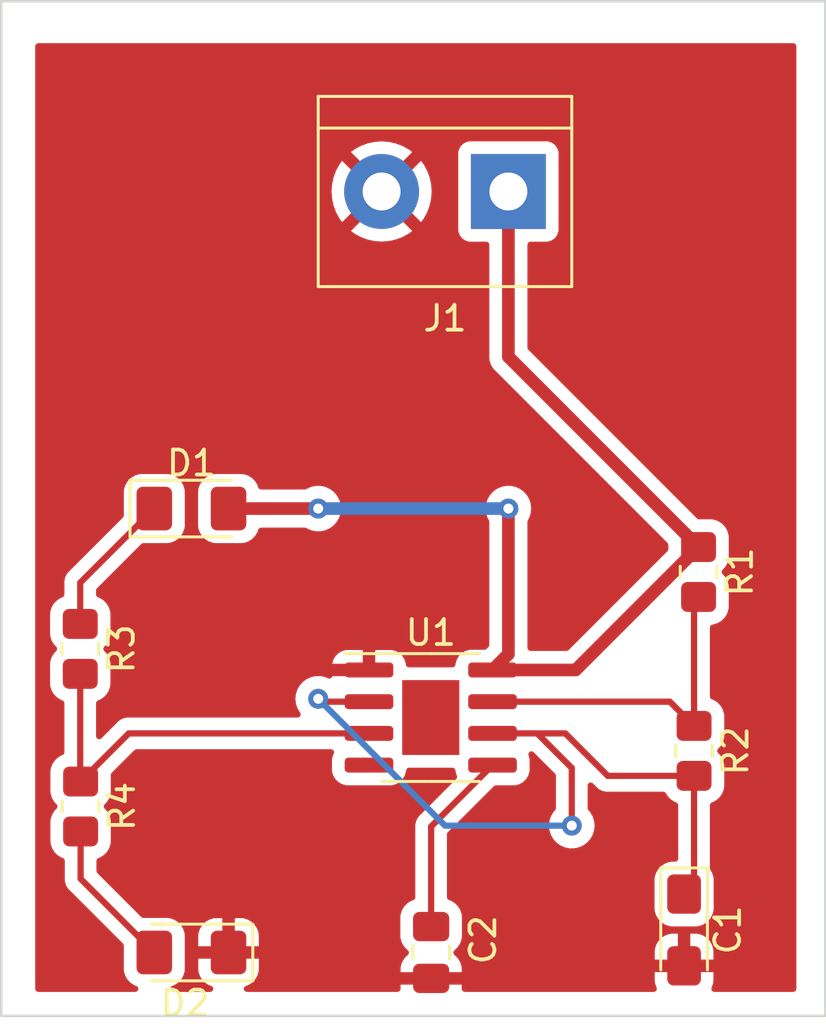
<source format=kicad_pcb>
(kicad_pcb (version 20221018) (generator pcbnew)
  (layers (0 "F.Cu" signal) (31 "B.Cu" signal) (34 "B.Paste" user) (35 "F.Paste" user) (36 "B.SilkS" user "B.Silkscreen") (37 "F.SilkS" user "F.Silkscreen") (38 "B.Mask" user) (39 "F.Mask" user) (44 "Edge.Cuts" user))
  (net 0 "")
  (net 1 "GND")
  (net 2 "Net-(C2-Pad1)")
  (net 3 "Net-(D1-Pad1)")
  (net 4 "+9V")
  (net 5 "Net-(D2-Pad2)")
  (net 6 "Net-(R1-Pad2)")
  (net 7 "/pin_3")
  (net 8 "/pin_2")
  (net 9 "/9V")
  (footprint "LED_SMD:LED_1206_3216Metric_Pad1.42x1.75mm_HandSolder" (layer "F.Cu") (at 48.26 58.42 180)
    (fp_text reference "D2" (at 0.254 -2.032) (layer "F.SilkS"))
    (fp_text value "LED")
    (fp_line (start -2.46 -1.135) (end -2.46 1.135) (stroke (width 0.12)) (layer "F.SilkS"))
    (fp_line (start -2.46 1.135) (end 1.6 1.135) (stroke (width 0.12)) (layer "F.SilkS"))
    (fp_line (start 1.6 -1.135) (end -2.46 -1.135) (stroke (width 0.12)) (layer "F.SilkS"))
    (pad "1" smd roundrect (at -1.4875 0 180) (size 1.425 1.75) (layers "F.Cu" "F.Paste" "F.Mask") (roundrect_rratio 0.1754392982) (net 1 "GND"))
    (pad "2" smd roundrect (at 1.4875 0 180) (size 1.425 1.75) (layers "F.Cu" "F.Paste" "F.Mask") (roundrect_rratio 0.1754392982) (net 5 "Net-(D2-Pad2)"))
  )
  (footprint "TerminalBlock:TerminalBlock_bornier-2_P5.08mm" (layer "F.Cu") (at 60.96 27.94 180)
    (fp_text reference "J1" (at 2.54 -5.08) (layer "F.SilkS"))
    (fp_text value "+9V")
    (fp_line (start -2.54 -3.81) (end -2.54 3.81) (stroke (width 0.12)) (layer "F.SilkS"))
    (fp_line (start -2.54 3.81) (end 7.62 3.81) (stroke (width 0.12)) (layer "F.SilkS"))
    (fp_line (start 7.62 -3.81) (end -2.54 -3.81) (stroke (width 0.12)) (layer "F.SilkS"))
    (fp_line (start 7.62 2.54) (end -2.54 2.54) (stroke (width 0.12)) (layer "F.SilkS"))
    (fp_line (start 7.62 3.81) (end 7.62 -3.81) (stroke (width 0.12)) (layer "F.SilkS"))
    (pad "1" thru_hole rect (at 0 0 180) (size 3 3) (drill 1.52) (layers "*.Cu" "*.Mask") (net 4 "+9V"))
    (pad "2" thru_hole circle (at 5.08 0 180) (size 3 3) (drill 1.52) (layers "*.Cu" "*.Mask") (net 1 "GND"))
  )
  (footprint "Capacitor_SMD:C_0805_2012Metric_Pad1.18x1.45mm_HandSolder" (layer "F.Cu") (at 57.865 58.42 -90)
    (fp_text reference "C2" (at -0.508 -2.079 90) (layer "F.SilkS"))
    (fp_text value "0.01uF")
    (fp_line (start -0.261252 -0.735) (end 0.261252 -0.735) (stroke (width 0.12)) (layer "F.SilkS"))
    (fp_line (start -0.261252 0.735) (end 0.261252 0.735) (stroke (width 0.12)) (layer "F.SilkS"))
    (pad "1" smd roundrect (at -1.0375 0 270) (size 1.175 1.45) (layers "F.Cu" "F.Paste" "F.Mask") (roundrect_rratio 0.2127659574) (net 2 "Net-(C2-Pad1)"))
    (pad "2" smd roundrect (at 1.0375 0 270) (size 1.175 1.45) (layers "F.Cu" "F.Paste" "F.Mask") (roundrect_rratio 0.2127659574) (net 1 "GND"))
  )
  (footprint "Resistor_SMD:R_0805_2012Metric_Pad1.20x1.40mm_HandSolder" (layer "F.Cu") (at 43.82 52.572936 -90)
    (fp_text reference "R4" (at 0 -1.65 90) (layer "F.SilkS"))
    (fp_text value "1 kOhms")
    (fp_line (start -0.227064 -0.735) (end 0.227064 -0.735) (stroke (width 0.12)) (layer "F.SilkS"))
    (fp_line (start -0.227064 0.735) (end 0.227064 0.735) (stroke (width 0.12)) (layer "F.SilkS"))
    (pad "1" smd roundrect (at -1 0 270) (size 1.2 1.4) (layers "F.Cu" "F.Paste" "F.Mask") (roundrect_rratio 0.2083333333) (net 7 "/pin_3"))
    (pad "2" smd roundrect (at 1 0 270) (size 1.2 1.4) (layers "F.Cu" "F.Paste" "F.Mask") (roundrect_rratio 0.2083333333) (net 5 "Net-(D2-Pad2)"))
  )
  (footprint "Resistor_SMD:R_0805_2012Metric_Pad1.20x1.40mm_HandSolder" (layer "F.Cu") (at 68.58 43.18 -90)
    (fp_text reference "R1" (at 0 -1.65 90) (layer "F.SilkS"))
    (fp_text value "1 kOhms")
    (fp_line (start -0.227064 -0.735) (end 0.227064 -0.735) (stroke (width 0.12)) (layer "F.SilkS"))
    (fp_line (start -0.227064 0.735) (end 0.227064 0.735) (stroke (width 0.12)) (layer "F.SilkS"))
    (pad "1" smd roundrect (at -1 0 270) (size 1.2 1.4) (layers "F.Cu" "F.Paste" "F.Mask") (roundrect_rratio 0.2083333333) (net 4 "+9V"))
    (pad "2" smd roundrect (at 1 0 270) (size 1.2 1.4) (layers "F.Cu" "F.Paste" "F.Mask") (roundrect_rratio 0.2083333333) (net 6 "Net-(R1-Pad2)"))
  )
  (footprint "LED_SMD:LED_1206_3216Metric_Pad1.42x1.75mm_HandSolder" (layer "F.Cu") (at 48.26 40.64)
    (fp_text reference "D1" (at 0 -1.82) (layer "F.SilkS"))
    (fp_text value "LED")
    (fp_line (start -2.46 -1.135) (end -2.46 1.135) (stroke (width 0.12)) (layer "F.SilkS"))
    (fp_line (start -2.46 1.135) (end 1.6 1.135) (stroke (width 0.12)) (layer "F.SilkS"))
    (fp_line (start 1.6 -1.135) (end -2.46 -1.135) (stroke (width 0.12)) (layer "F.SilkS"))
    (pad "1" smd roundrect (at -1.4875 0) (size 1.425 1.75) (layers "F.Cu" "F.Paste" "F.Mask") (roundrect_rratio 0.1754392982) (net 3 "Net-(D1-Pad1)"))
    (pad "2" smd roundrect (at 1.4875 0) (size 1.425 1.75) (layers "F.Cu" "F.Paste" "F.Mask") (roundrect_rratio 0.1754392982) (net 4 "+9V"))
  )
  (footprint "Package_SO:SOIC-8-1EP_3.9x4.9mm_P1.27mm_EP2.29x3mm" (layer "F.Cu") (at 57.85 49.01)
    (fp_text reference "U1" (at 0 -3.4) (layer "F.SilkS"))
    (fp_text value "NE555D")
    (fp_line (start 0 -2.56) (end -3.45 -2.56) (stroke (width 0.12)) (layer "F.SilkS"))
    (fp_line (start 0 -2.56) (end 1.95 -2.56) (stroke (width 0.12)) (layer "F.SilkS"))
    (fp_line (start 0 2.56) (end -1.95 2.56) (stroke (width 0.12)) (layer "F.SilkS"))
    (fp_line (start 0 2.56) (end 1.95 2.56) (stroke (width 0.12)) (layer "F.SilkS"))
    (pad "1" smd roundrect (at -2.475 -1.905) (size 1.95 0.6) (layers "F.Cu" "F.Paste" "F.Mask") (net 1 "GND"))
    (pad "2" smd roundrect (at -2.475 -0.635) (size 1.95 0.6) (layers "F.Cu" "F.Paste" "F.Mask") (net 8 "/pin_2"))
    (pad "3" smd roundrect (at -2.475 0.635) (size 1.95 0.6) (layers "F.Cu" "F.Paste" "F.Mask") (net 7 "/pin_3"))
    (pad "4" smd roundrect (at -2.475 1.905) (size 1.95 0.6) (layers "F.Cu" "F.Paste" "F.Mask") (net 9 "/9V"))
    (pad "5" smd roundrect (at 2.475 1.905) (size 1.95 0.6) (layers "F.Cu" "F.Paste" "F.Mask") (net 2 "Net-(C2-Pad1)"))
    (pad "6" smd roundrect (at 2.475 0.635) (size 1.95 0.6) (layers "F.Cu" "F.Paste" "F.Mask") (net 8 "/pin_2"))
    (pad "7" smd roundrect (at 2.475 -0.635) (size 1.95 0.6) (layers "F.Cu" "F.Paste" "F.Mask") (net 6 "Net-(R1-Pad2)"))
    (pad "8" smd roundrect (at 2.475 -1.905) (size 1.95 0.6) (layers "F.Cu" "F.Paste" "F.Mask") (net 4 "+9V"))
    (pad "9" smd rect (at 0 0) (size 2.29 3) (layers "F.Cu" "F.Mask"))
  )
  (footprint "Capacitor_Tantalum_SMD:CP_EIA-3216-18_Kemet-A_Pad1.58x1.35mm_HandSolder" (layer "F.Cu") (at 68 57.5175 -90)
    (fp_text reference "C1" (at 0 -1.75 90) (layer "F.SilkS"))
    (fp_text value "10uF")
    (fp_line (start -2.485 -0.935) (end -2.485 0.935) (stroke (width 0.12)) (layer "F.SilkS"))
    (fp_line (start -2.485 0.935) (end 1.6 0.935) (stroke (width 0.12)) (layer "F.SilkS"))
    (fp_line (start 1.6 -0.935) (end -2.485 -0.935) (stroke (width 0.12)) (layer "F.SilkS"))
    (pad "1" smd roundrect (at -1.4375 0 270) (size 1.575 1.35) (layers "F.Cu" "F.Paste" "F.Mask") (roundrect_rratio 0.1851851852) (net 8 "/pin_2"))
    (pad "2" smd roundrect (at 1.4375 0 270) (size 1.575 1.35) (layers "F.Cu" "F.Paste" "F.Mask") (roundrect_rratio 0.1851851852) (net 1 "GND"))
  )
  (footprint "Resistor_SMD:R_0805_2012Metric_Pad1.20x1.40mm_HandSolder" (layer "F.Cu") (at 43.805 46.26 -90)
    (fp_text reference "R3" (at 0 -1.65 90) (layer "F.SilkS"))
    (fp_text value "1 kOhms")
    (fp_line (start -0.227064 -0.735) (end 0.227064 -0.735) (stroke (width 0.12)) (layer "F.SilkS"))
    (fp_line (start -0.227064 0.735) (end 0.227064 0.735) (stroke (width 0.12)) (layer "F.SilkS"))
    (pad "1" smd roundrect (at -1 0 270) (size 1.2 1.4) (layers "F.Cu" "F.Paste" "F.Mask") (roundrect_rratio 0.2083333333) (net 3 "Net-(D1-Pad1)"))
    (pad "2" smd roundrect (at 1 0 270) (size 1.2 1.4) (layers "F.Cu" "F.Paste" "F.Mask") (roundrect_rratio 0.2083333333) (net 7 "/pin_3"))
  )
  (footprint "Resistor_SMD:R_0805_2012Metric_Pad1.20x1.40mm_HandSolder" (layer "F.Cu") (at 68.4 50.345872 -90)
    (fp_text reference "R2" (at 0 -1.65 90) (layer "F.SilkS"))
    (fp_text value "10 kOhms")
    (fp_line (start -0.227064 -0.735) (end 0.227064 -0.735) (stroke (width 0.12)) (layer "F.SilkS"))
    (fp_line (start -0.227064 0.735) (end 0.227064 0.735) (stroke (width 0.12)) (layer "F.SilkS"))
    (pad "1" smd roundrect (at -1 0 270) (size 1.2 1.4) (layers "F.Cu" "F.Paste" "F.Mask") (roundrect_rratio 0.2083333333) (net 6 "Net-(R1-Pad2)"))
    (pad "2" smd roundrect (at 1 0 270) (size 1.2 1.4) (layers "F.Cu" "F.Paste" "F.Mask") (roundrect_rratio 0.2083333333) (net 8 "/pin_2"))
  )
  (gr_rect (start 40.64 20.32) (end 73.66 60.96) (stroke (width 0.1)) (fill none) (layer "Edge.Cuts"))
  (segment (start 57.865 53.375) (end 60.325 50.915) (width 0.25) (layer "F.Cu") (net 2))
  (segment (start 57.865 57.3825) (end 57.865 53.375) (width 0.25) (layer "F.Cu") (net 2))
  (segment (start 43.805 43.6075) (end 43.805 45.26) (width 0.25) (layer "F.Cu") (net 3))
  (segment (start 46.7725 40.64) (end 43.805 43.6075) (width 0.25) (layer "F.Cu") (net 3))
  (segment (start 60.325 47.105) (end 63.655 47.105) (width 0.508) (layer "F.Cu") (net 4))
  (segment (start 60.96 46.47) (end 60.96 40.64) (width 0.508) (layer "F.Cu") (net 4))
  (segment (start 60.325 47.105) (end 60.96 46.47) (width 0.508) (layer "F.Cu") (net 4))
  (segment (start 53.34 40.64) (end 49.7475 40.64) (width 0.508) (layer "F.Cu") (net 4))
  (segment (start 60.96 34.56) (end 68.58 42.18) (width 0.508) (layer "F.Cu") (net 4))
  (segment (start 60.96 27.94) (end 60.96 34.56) (width 0.508) (layer "F.Cu") (net 4))
  (segment (start 63.655 47.105) (end 68.58 42.18) (width 0.508) (layer "F.Cu") (net 4))
  (via (at 60.96 40.64) (size 0.8) (drill 0.4) (layers "F.Cu" "B.Cu") (net 4))
  (via (at 53.34 40.64) (size 0.8) (drill 0.4) (layers "F.Cu" "B.Cu") (net 4))
  (segment (start 60.96 40.64) (end 53.34 40.64) (width 0.508) (layer "B.Cu") (net 4))
  (segment (start 43.82 53.572936) (end 43.82 55.4675) (width 0.25) (layer "F.Cu") (net 5))
  (segment (start 43.82 55.4675) (end 46.7725 58.42) (width 0.25) (layer "F.Cu") (net 5))
  (segment (start 60.325 48.375) (end 67.429128 48.375) (width 0.25) (layer "F.Cu") (net 6))
  (segment (start 67.429128 48.375) (end 68.4 49.345872) (width 0.25) (layer "F.Cu") (net 6))
  (segment (start 68.4 49.345872) (end 68.4 44.36) (width 0.25) (layer "F.Cu") (net 6))
  (segment (start 68.4 44.36) (end 68.58 44.18) (width 0.25) (layer "F.Cu") (net 6))
  (segment (start 43.805 47.26) (end 43.805 51.557936) (width 0.25) (layer "F.Cu") (net 7))
  (segment (start 55.375 49.645) (end 45.747936 49.645) (width 0.25) (layer "F.Cu") (net 7))
  (segment (start 43.805 51.557936) (end 43.82 51.572936) (width 0.25) (layer "F.Cu") (net 7))
  (segment (start 45.747936 49.645) (end 43.82 51.572936) (width 0.25) (layer "F.Cu") (net 7))
  (segment (start 64.942623 51.345872) (end 63.241751 49.645) (width 0.25) (layer "F.Cu") (net 8))
  (segment (start 63.5 51.03) (end 62.115 49.645) (width 0.25) (layer "F.Cu") (net 8))
  (segment (start 63.5 53.34) (end 63.5 51.03) (width 0.25) (layer "F.Cu") (net 8))
  (segment (start 68.4 51.345872) (end 64.942623 51.345872) (width 0.25) (layer "F.Cu") (net 8))
  (segment (start 68 56.08) (end 68.4 55.68) (width 0.25) (layer "F.Cu") (net 8))
  (segment (start 53.455 48.375) (end 53.34 48.26) (width 0.25) (layer "F.Cu") (net 8))
  (segment (start 55.375 48.375) (end 53.455 48.375) (width 0.25) (layer "F.Cu") (net 8))
  (segment (start 63.241751 49.645) (end 60.325 49.645) (width 0.25) (layer "F.Cu") (net 8))
  (segment (start 68.4 55.68) (end 68.4 51.345872) (width 0.25) (layer "F.Cu") (net 8))
  (via (at 63.5 53.34) (size 0.8) (drill 0.4) (layers "F.Cu" "B.Cu") (net 8))
  (via (at 53.34 48.26) (size 0.8) (drill 0.4) (layers "F.Cu" "B.Cu") (net 8))
  (segment (start 58.42 53.34) (end 63.5 53.34) (width 0.25) (layer "B.Cu") (net 8))
  (segment (start 53.34 48.26) (end 58.42 53.34) (width 0.25) (layer "B.Cu") (net 8))
  (zone (net 1) (net_name "GND") (layer "F.Cu") (connect_pads (clearance 0.508)) (min_thickness 0.25) (fill yes (thermal_gap 0.5) (thermal_bridge_width 0.5))
    (polygon (pts (xy 42 22) (xy 72.5 22) (xy 72.5 60) (xy 42 60)))
  )
)
</source>
